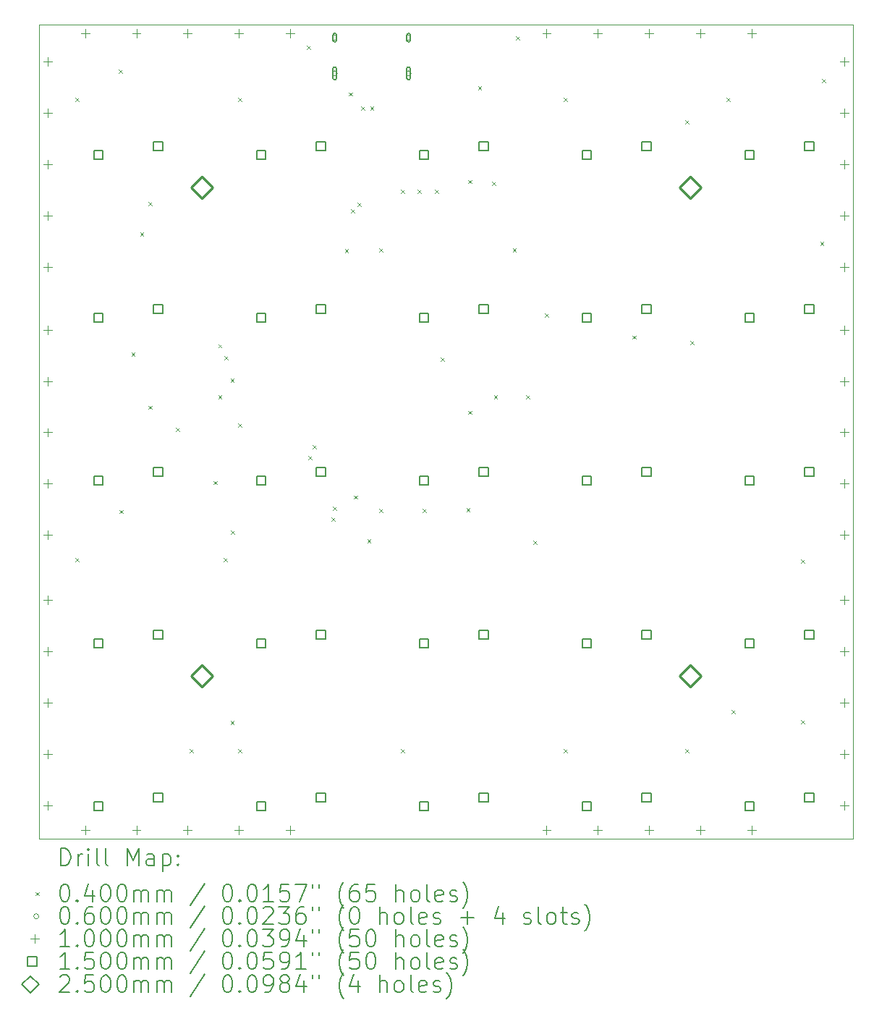
<source format=gbr>
%FSLAX45Y45*%
G04 Gerber Fmt 4.5, Leading zero omitted, Abs format (unit mm)*
G04 Created by KiCad (PCBNEW (6.0.2)) date 2022-04-11 13:37:00*
%MOMM*%
%LPD*%
G01*
G04 APERTURE LIST*
%TA.AperFunction,Profile*%
%ADD10C,0.100000*%
%TD*%
%ADD11C,0.200000*%
%ADD12C,0.040000*%
%ADD13C,0.060000*%
%ADD14C,0.100000*%
%ADD15C,0.150000*%
%ADD16C,0.250000*%
G04 APERTURE END LIST*
D10*
X1941250Y-2863750D02*
X11466250Y-2863750D01*
X11466250Y-2863750D02*
X11466250Y-12388750D01*
X11466250Y-12388750D02*
X1941250Y-12388750D01*
X1941250Y-12388750D02*
X1941250Y-2863750D01*
D11*
D12*
X2361250Y-3723125D02*
X2401250Y-3763125D01*
X2401250Y-3723125D02*
X2361250Y-3763125D01*
X2361250Y-9108125D02*
X2401250Y-9148125D01*
X2401250Y-9108125D02*
X2361250Y-9148125D01*
X2871875Y-3393125D02*
X2911875Y-3433125D01*
X2911875Y-3393125D02*
X2871875Y-3433125D01*
X2881250Y-8543750D02*
X2921250Y-8583750D01*
X2921250Y-8543750D02*
X2881250Y-8583750D01*
X3021250Y-6703750D02*
X3061250Y-6743750D01*
X3061250Y-6703750D02*
X3021250Y-6743750D01*
X3121250Y-5298125D02*
X3161250Y-5338125D01*
X3161250Y-5298125D02*
X3121250Y-5338125D01*
X3221250Y-4943750D02*
X3261250Y-4983750D01*
X3261250Y-4943750D02*
X3221250Y-4983750D01*
X3221250Y-7323750D02*
X3261250Y-7363750D01*
X3261250Y-7323750D02*
X3221250Y-7363750D01*
X3541250Y-7583750D02*
X3581250Y-7623750D01*
X3581250Y-7583750D02*
X3541250Y-7623750D01*
X3701250Y-11343750D02*
X3741250Y-11383750D01*
X3741250Y-11343750D02*
X3701250Y-11383750D01*
X3981250Y-8203750D02*
X4021250Y-8243750D01*
X4021250Y-8203750D02*
X3981250Y-8243750D01*
X4036350Y-6603750D02*
X4076350Y-6643750D01*
X4076350Y-6603750D02*
X4036350Y-6643750D01*
X4036350Y-7203750D02*
X4076350Y-7243750D01*
X4076350Y-7203750D02*
X4036350Y-7243750D01*
X4101250Y-9103750D02*
X4141250Y-9143750D01*
X4141250Y-9103750D02*
X4101250Y-9143750D01*
X4108800Y-6743750D02*
X4148800Y-6783750D01*
X4148800Y-6743750D02*
X4108800Y-6783750D01*
X4181250Y-7003750D02*
X4221250Y-7043750D01*
X4221250Y-7003750D02*
X4181250Y-7043750D01*
X4181250Y-11013125D02*
X4221250Y-11053125D01*
X4221250Y-11013125D02*
X4181250Y-11053125D01*
X4185526Y-8783750D02*
X4225526Y-8823750D01*
X4225526Y-8783750D02*
X4185526Y-8823750D01*
X4266250Y-3723125D02*
X4306250Y-3763125D01*
X4306250Y-3723125D02*
X4266250Y-3763125D01*
X4266250Y-7533125D02*
X4306250Y-7573125D01*
X4306250Y-7533125D02*
X4266250Y-7573125D01*
X4266250Y-11343125D02*
X4306250Y-11383125D01*
X4306250Y-11343125D02*
X4266250Y-11383125D01*
X5076250Y-3113750D02*
X5116250Y-3153750D01*
X5116250Y-3113750D02*
X5076250Y-3153750D01*
X5090609Y-7909940D02*
X5130609Y-7949940D01*
X5130609Y-7909940D02*
X5090609Y-7949940D01*
X5141250Y-7783750D02*
X5181250Y-7823750D01*
X5181250Y-7783750D02*
X5141250Y-7823750D01*
X5361250Y-8633750D02*
X5401250Y-8673750D01*
X5401250Y-8633750D02*
X5361250Y-8673750D01*
X5381250Y-8503750D02*
X5421250Y-8543750D01*
X5421250Y-8503750D02*
X5381250Y-8543750D01*
X5518849Y-5493750D02*
X5558849Y-5533750D01*
X5558849Y-5493750D02*
X5518849Y-5533750D01*
X5566250Y-3658750D02*
X5606250Y-3698750D01*
X5606250Y-3658750D02*
X5566250Y-3698750D01*
X5591250Y-5022848D02*
X5631250Y-5062848D01*
X5631250Y-5022848D02*
X5591250Y-5062848D01*
X5621250Y-8373750D02*
X5661250Y-8413750D01*
X5661250Y-8373750D02*
X5621250Y-8413750D01*
X5668603Y-4950398D02*
X5708603Y-4990398D01*
X5708603Y-4950398D02*
X5668603Y-4990398D01*
X5708750Y-3823750D02*
X5748750Y-3863750D01*
X5748750Y-3823750D02*
X5708750Y-3863750D01*
X5781250Y-8883750D02*
X5821250Y-8923750D01*
X5821250Y-8883750D02*
X5781250Y-8923750D01*
X5813750Y-3823750D02*
X5853750Y-3863750D01*
X5853750Y-3823750D02*
X5813750Y-3863750D01*
X5921250Y-5483750D02*
X5961250Y-5523750D01*
X5961250Y-5483750D02*
X5921250Y-5523750D01*
X5922250Y-8529750D02*
X5962250Y-8569750D01*
X5962250Y-8529750D02*
X5922250Y-8569750D01*
X6171250Y-4798750D02*
X6211250Y-4838750D01*
X6211250Y-4798750D02*
X6171250Y-4838750D01*
X6171250Y-11343125D02*
X6211250Y-11383125D01*
X6211250Y-11343125D02*
X6171250Y-11383125D01*
X6371250Y-4798750D02*
X6411250Y-4838750D01*
X6411250Y-4798750D02*
X6371250Y-4838750D01*
X6430250Y-8529750D02*
X6470250Y-8569750D01*
X6470250Y-8529750D02*
X6430250Y-8569750D01*
X6571250Y-4798750D02*
X6611250Y-4838750D01*
X6611250Y-4798750D02*
X6571250Y-4838750D01*
X6641250Y-6763750D02*
X6681250Y-6803750D01*
X6681250Y-6763750D02*
X6641250Y-6803750D01*
X6941250Y-8523750D02*
X6981250Y-8563750D01*
X6981250Y-8523750D02*
X6941250Y-8563750D01*
X6961250Y-4683750D02*
X7001250Y-4723750D01*
X7001250Y-4683750D02*
X6961250Y-4723750D01*
X6961250Y-7383750D02*
X7001250Y-7423750D01*
X7001250Y-7383750D02*
X6961250Y-7423750D01*
X7076250Y-3583750D02*
X7116250Y-3623750D01*
X7116250Y-3583750D02*
X7076250Y-3623750D01*
X7241250Y-4703750D02*
X7281250Y-4743750D01*
X7281250Y-4703750D02*
X7241250Y-4743750D01*
X7261250Y-7203750D02*
X7301250Y-7243750D01*
X7301250Y-7203750D02*
X7261250Y-7243750D01*
X7481250Y-5483750D02*
X7521250Y-5523750D01*
X7521250Y-5483750D02*
X7481250Y-5523750D01*
X7521250Y-3003750D02*
X7561250Y-3043750D01*
X7561250Y-3003750D02*
X7521250Y-3043750D01*
X7641250Y-7203750D02*
X7681250Y-7243750D01*
X7681250Y-7203750D02*
X7641250Y-7243750D01*
X7721250Y-8903750D02*
X7761250Y-8943750D01*
X7761250Y-8903750D02*
X7721250Y-8943750D01*
X7858750Y-6246250D02*
X7898750Y-6286250D01*
X7898750Y-6246250D02*
X7858750Y-6286250D01*
X8076250Y-3723125D02*
X8116250Y-3763125D01*
X8116250Y-3723125D02*
X8076250Y-3763125D01*
X8076250Y-11343125D02*
X8116250Y-11383125D01*
X8116250Y-11343125D02*
X8076250Y-11383125D01*
X8881250Y-6503750D02*
X8921250Y-6543750D01*
X8921250Y-6503750D02*
X8881250Y-6543750D01*
X9501250Y-3983750D02*
X9541250Y-4023750D01*
X9541250Y-3983750D02*
X9501250Y-4023750D01*
X9501250Y-11343750D02*
X9541250Y-11383750D01*
X9541250Y-11343750D02*
X9501250Y-11383750D01*
X9561250Y-6563750D02*
X9601250Y-6603750D01*
X9601250Y-6563750D02*
X9561250Y-6603750D01*
X9981250Y-3723125D02*
X10021250Y-3763125D01*
X10021250Y-3723125D02*
X9981250Y-3763125D01*
X10041250Y-10883750D02*
X10081250Y-10923750D01*
X10081250Y-10883750D02*
X10041250Y-10923750D01*
X10853699Y-11003750D02*
X10893699Y-11043750D01*
X10893699Y-11003750D02*
X10853699Y-11043750D01*
X10853700Y-9123750D02*
X10893700Y-9163750D01*
X10893700Y-9123750D02*
X10853700Y-9163750D01*
X11081250Y-5403750D02*
X11121250Y-5443750D01*
X11121250Y-5403750D02*
X11081250Y-5443750D01*
X11101250Y-3503750D02*
X11141250Y-3543750D01*
X11141250Y-3503750D02*
X11101250Y-3543750D01*
D13*
X5429250Y-3017750D02*
G75*
G03*
X5429250Y-3017750I-30000J0D01*
G01*
D11*
X5379250Y-2987750D02*
X5379250Y-3047750D01*
X5419250Y-2987750D02*
X5419250Y-3047750D01*
X5379250Y-3047750D02*
G75*
G03*
X5419250Y-3047750I20000J0D01*
G01*
X5419250Y-2987750D02*
G75*
G03*
X5379250Y-2987750I-20000J0D01*
G01*
D13*
X5429250Y-3435750D02*
G75*
G03*
X5429250Y-3435750I-30000J0D01*
G01*
D11*
X5379250Y-3380750D02*
X5379250Y-3490750D01*
X5419250Y-3380750D02*
X5419250Y-3490750D01*
X5379250Y-3490750D02*
G75*
G03*
X5419250Y-3490750I20000J0D01*
G01*
X5419250Y-3380750D02*
G75*
G03*
X5379250Y-3380750I-20000J0D01*
G01*
D13*
X6293250Y-3017750D02*
G75*
G03*
X6293250Y-3017750I-30000J0D01*
G01*
D11*
X6243250Y-2987750D02*
X6243250Y-3047750D01*
X6283250Y-2987750D02*
X6283250Y-3047750D01*
X6243250Y-3047750D02*
G75*
G03*
X6283250Y-3047750I20000J0D01*
G01*
X6283250Y-2987750D02*
G75*
G03*
X6243250Y-2987750I-20000J0D01*
G01*
D13*
X6293250Y-3435750D02*
G75*
G03*
X6293250Y-3435750I-30000J0D01*
G01*
D11*
X6243250Y-3380750D02*
X6243250Y-3490750D01*
X6283250Y-3380750D02*
X6283250Y-3490750D01*
X6243250Y-3490750D02*
G75*
G03*
X6283250Y-3490750I20000J0D01*
G01*
X6283250Y-3380750D02*
G75*
G03*
X6243250Y-3380750I-20000J0D01*
G01*
D14*
X2041250Y-3248750D02*
X2041250Y-3348750D01*
X1991250Y-3298750D02*
X2091250Y-3298750D01*
X2041250Y-3848750D02*
X2041250Y-3948750D01*
X1991250Y-3898750D02*
X2091250Y-3898750D01*
X2041250Y-4448750D02*
X2041250Y-4548750D01*
X1991250Y-4498750D02*
X2091250Y-4498750D01*
X2041250Y-5048750D02*
X2041250Y-5148750D01*
X1991250Y-5098750D02*
X2091250Y-5098750D01*
X2041250Y-5648750D02*
X2041250Y-5748750D01*
X1991250Y-5698750D02*
X2091250Y-5698750D01*
X2041250Y-6386250D02*
X2041250Y-6486250D01*
X1991250Y-6436250D02*
X2091250Y-6436250D01*
X2041250Y-6986250D02*
X2041250Y-7086250D01*
X1991250Y-7036250D02*
X2091250Y-7036250D01*
X2041250Y-7586250D02*
X2041250Y-7686250D01*
X1991250Y-7636250D02*
X2091250Y-7636250D01*
X2041250Y-8186250D02*
X2041250Y-8286250D01*
X1991250Y-8236250D02*
X2091250Y-8236250D01*
X2041250Y-8786250D02*
X2041250Y-8886250D01*
X1991250Y-8836250D02*
X2091250Y-8836250D01*
X2041250Y-9548750D02*
X2041250Y-9648750D01*
X1991250Y-9598750D02*
X2091250Y-9598750D01*
X2041250Y-10148750D02*
X2041250Y-10248750D01*
X1991250Y-10198750D02*
X2091250Y-10198750D01*
X2041250Y-10748750D02*
X2041250Y-10848750D01*
X1991250Y-10798750D02*
X2091250Y-10798750D01*
X2041250Y-11348750D02*
X2041250Y-11448750D01*
X1991250Y-11398750D02*
X2091250Y-11398750D01*
X2041250Y-11948750D02*
X2041250Y-12048750D01*
X1991250Y-11998750D02*
X2091250Y-11998750D01*
X2478750Y-2913750D02*
X2478750Y-3013750D01*
X2428750Y-2963750D02*
X2528750Y-2963750D01*
X2478750Y-12236250D02*
X2478750Y-12336250D01*
X2428750Y-12286250D02*
X2528750Y-12286250D01*
X3078750Y-2913750D02*
X3078750Y-3013750D01*
X3028750Y-2963750D02*
X3128750Y-2963750D01*
X3078750Y-12236250D02*
X3078750Y-12336250D01*
X3028750Y-12286250D02*
X3128750Y-12286250D01*
X3678750Y-2913750D02*
X3678750Y-3013750D01*
X3628750Y-2963750D02*
X3728750Y-2963750D01*
X3678750Y-12236250D02*
X3678750Y-12336250D01*
X3628750Y-12286250D02*
X3728750Y-12286250D01*
X4278750Y-2913750D02*
X4278750Y-3013750D01*
X4228750Y-2963750D02*
X4328750Y-2963750D01*
X4278750Y-12236250D02*
X4278750Y-12336250D01*
X4228750Y-12286250D02*
X4328750Y-12286250D01*
X4878750Y-2913750D02*
X4878750Y-3013750D01*
X4828750Y-2963750D02*
X4928750Y-2963750D01*
X4878750Y-12236250D02*
X4878750Y-12336250D01*
X4828750Y-12286250D02*
X4928750Y-12286250D01*
X7878750Y-2913750D02*
X7878750Y-3013750D01*
X7828750Y-2963750D02*
X7928750Y-2963750D01*
X7878750Y-12236250D02*
X7878750Y-12336250D01*
X7828750Y-12286250D02*
X7928750Y-12286250D01*
X8478750Y-2913750D02*
X8478750Y-3013750D01*
X8428750Y-2963750D02*
X8528750Y-2963750D01*
X8478750Y-12236250D02*
X8478750Y-12336250D01*
X8428750Y-12286250D02*
X8528750Y-12286250D01*
X9078750Y-2913750D02*
X9078750Y-3013750D01*
X9028750Y-2963750D02*
X9128750Y-2963750D01*
X9078750Y-12236250D02*
X9078750Y-12336250D01*
X9028750Y-12286250D02*
X9128750Y-12286250D01*
X9678750Y-2913750D02*
X9678750Y-3013750D01*
X9628750Y-2963750D02*
X9728750Y-2963750D01*
X9678750Y-12236250D02*
X9678750Y-12336250D01*
X9628750Y-12286250D02*
X9728750Y-12286250D01*
X10278750Y-2913750D02*
X10278750Y-3013750D01*
X10228750Y-2963750D02*
X10328750Y-2963750D01*
X10278750Y-12236250D02*
X10278750Y-12336250D01*
X10228750Y-12286250D02*
X10328750Y-12286250D01*
X11366250Y-3248750D02*
X11366250Y-3348750D01*
X11316250Y-3298750D02*
X11416250Y-3298750D01*
X11366250Y-3848750D02*
X11366250Y-3948750D01*
X11316250Y-3898750D02*
X11416250Y-3898750D01*
X11366250Y-4448750D02*
X11366250Y-4548750D01*
X11316250Y-4498750D02*
X11416250Y-4498750D01*
X11366250Y-5048750D02*
X11366250Y-5148750D01*
X11316250Y-5098750D02*
X11416250Y-5098750D01*
X11366250Y-5648750D02*
X11366250Y-5748750D01*
X11316250Y-5698750D02*
X11416250Y-5698750D01*
X11366250Y-6386250D02*
X11366250Y-6486250D01*
X11316250Y-6436250D02*
X11416250Y-6436250D01*
X11366250Y-6986250D02*
X11366250Y-7086250D01*
X11316250Y-7036250D02*
X11416250Y-7036250D01*
X11366250Y-7586250D02*
X11366250Y-7686250D01*
X11316250Y-7636250D02*
X11416250Y-7636250D01*
X11366250Y-8186250D02*
X11366250Y-8286250D01*
X11316250Y-8236250D02*
X11416250Y-8236250D01*
X11366250Y-8786250D02*
X11366250Y-8886250D01*
X11316250Y-8836250D02*
X11416250Y-8836250D01*
X11366250Y-9548750D02*
X11366250Y-9648750D01*
X11316250Y-9598750D02*
X11416250Y-9598750D01*
X11366250Y-10148750D02*
X11366250Y-10248750D01*
X11316250Y-10198750D02*
X11416250Y-10198750D01*
X11366250Y-10748750D02*
X11366250Y-10848750D01*
X11316250Y-10798750D02*
X11416250Y-10798750D01*
X11366250Y-11348750D02*
X11366250Y-11448750D01*
X11316250Y-11398750D02*
X11416250Y-11398750D01*
X11366250Y-11948750D02*
X11366250Y-12048750D01*
X11316250Y-11998750D02*
X11416250Y-11998750D01*
D15*
X2686784Y-4444284D02*
X2686784Y-4338217D01*
X2580717Y-4338217D01*
X2580717Y-4444284D01*
X2686784Y-4444284D01*
X2686784Y-6349283D02*
X2686784Y-6243216D01*
X2580717Y-6243216D01*
X2580717Y-6349283D01*
X2686784Y-6349283D01*
X2686784Y-8254283D02*
X2686784Y-8148216D01*
X2580717Y-8148216D01*
X2580717Y-8254283D01*
X2686784Y-8254283D01*
X2686784Y-10159284D02*
X2686784Y-10053217D01*
X2580717Y-10053217D01*
X2580717Y-10159284D01*
X2686784Y-10159284D01*
X2686784Y-12064283D02*
X2686784Y-11958216D01*
X2580717Y-11958216D01*
X2580717Y-12064283D01*
X2686784Y-12064283D01*
X3386783Y-4339284D02*
X3386783Y-4233217D01*
X3280716Y-4233217D01*
X3280716Y-4339284D01*
X3386783Y-4339284D01*
X3386783Y-6244283D02*
X3386783Y-6138216D01*
X3280716Y-6138216D01*
X3280716Y-6244283D01*
X3386783Y-6244283D01*
X3386783Y-8149283D02*
X3386783Y-8043216D01*
X3280716Y-8043216D01*
X3280716Y-8149283D01*
X3386783Y-8149283D01*
X3386783Y-10054284D02*
X3386783Y-9948217D01*
X3280716Y-9948217D01*
X3280716Y-10054284D01*
X3386783Y-10054284D01*
X3386783Y-11959283D02*
X3386783Y-11853216D01*
X3280716Y-11853216D01*
X3280716Y-11959283D01*
X3386783Y-11959283D01*
X4591784Y-4444284D02*
X4591784Y-4338217D01*
X4485717Y-4338217D01*
X4485717Y-4444284D01*
X4591784Y-4444284D01*
X4591784Y-6349283D02*
X4591784Y-6243216D01*
X4485717Y-6243216D01*
X4485717Y-6349283D01*
X4591784Y-6349283D01*
X4591784Y-8254283D02*
X4591784Y-8148216D01*
X4485717Y-8148216D01*
X4485717Y-8254283D01*
X4591784Y-8254283D01*
X4591784Y-10159284D02*
X4591784Y-10053217D01*
X4485717Y-10053217D01*
X4485717Y-10159284D01*
X4591784Y-10159284D01*
X4591784Y-12064283D02*
X4591784Y-11958216D01*
X4485717Y-11958216D01*
X4485717Y-12064283D01*
X4591784Y-12064283D01*
X5291784Y-4339284D02*
X5291784Y-4233217D01*
X5185717Y-4233217D01*
X5185717Y-4339284D01*
X5291784Y-4339284D01*
X5291784Y-6244283D02*
X5291784Y-6138216D01*
X5185717Y-6138216D01*
X5185717Y-6244283D01*
X5291784Y-6244283D01*
X5291784Y-8149283D02*
X5291784Y-8043216D01*
X5185717Y-8043216D01*
X5185717Y-8149283D01*
X5291784Y-8149283D01*
X5291784Y-10054284D02*
X5291784Y-9948217D01*
X5185717Y-9948217D01*
X5185717Y-10054284D01*
X5291784Y-10054284D01*
X5291784Y-11959283D02*
X5291784Y-11853216D01*
X5185717Y-11853216D01*
X5185717Y-11959283D01*
X5291784Y-11959283D01*
X6496783Y-4444284D02*
X6496783Y-4338217D01*
X6390716Y-4338217D01*
X6390716Y-4444284D01*
X6496783Y-4444284D01*
X6496783Y-6349283D02*
X6496783Y-6243216D01*
X6390716Y-6243216D01*
X6390716Y-6349283D01*
X6496783Y-6349283D01*
X6496783Y-8254283D02*
X6496783Y-8148216D01*
X6390716Y-8148216D01*
X6390716Y-8254283D01*
X6496783Y-8254283D01*
X6496783Y-10159284D02*
X6496783Y-10053217D01*
X6390716Y-10053217D01*
X6390716Y-10159284D01*
X6496783Y-10159284D01*
X6496783Y-12064283D02*
X6496783Y-11958216D01*
X6390716Y-11958216D01*
X6390716Y-12064283D01*
X6496783Y-12064283D01*
X7196783Y-4339284D02*
X7196783Y-4233217D01*
X7090716Y-4233217D01*
X7090716Y-4339284D01*
X7196783Y-4339284D01*
X7196783Y-6244283D02*
X7196783Y-6138216D01*
X7090716Y-6138216D01*
X7090716Y-6244283D01*
X7196783Y-6244283D01*
X7196783Y-8149283D02*
X7196783Y-8043216D01*
X7090716Y-8043216D01*
X7090716Y-8149283D01*
X7196783Y-8149283D01*
X7196783Y-10054284D02*
X7196783Y-9948217D01*
X7090716Y-9948217D01*
X7090716Y-10054284D01*
X7196783Y-10054284D01*
X7196783Y-11959283D02*
X7196783Y-11853216D01*
X7090716Y-11853216D01*
X7090716Y-11959283D01*
X7196783Y-11959283D01*
X8401784Y-4444284D02*
X8401784Y-4338217D01*
X8295716Y-4338217D01*
X8295716Y-4444284D01*
X8401784Y-4444284D01*
X8401784Y-6349283D02*
X8401784Y-6243216D01*
X8295716Y-6243216D01*
X8295716Y-6349283D01*
X8401784Y-6349283D01*
X8401784Y-8254283D02*
X8401784Y-8148216D01*
X8295716Y-8148216D01*
X8295716Y-8254283D01*
X8401784Y-8254283D01*
X8401784Y-10159284D02*
X8401784Y-10053217D01*
X8295716Y-10053217D01*
X8295716Y-10159284D01*
X8401784Y-10159284D01*
X8401784Y-12064283D02*
X8401784Y-11958216D01*
X8295716Y-11958216D01*
X8295716Y-12064283D01*
X8401784Y-12064283D01*
X9101784Y-4339284D02*
X9101784Y-4233217D01*
X8995717Y-4233217D01*
X8995717Y-4339284D01*
X9101784Y-4339284D01*
X9101784Y-6244283D02*
X9101784Y-6138216D01*
X8995717Y-6138216D01*
X8995717Y-6244283D01*
X9101784Y-6244283D01*
X9101784Y-8149283D02*
X9101784Y-8043216D01*
X8995717Y-8043216D01*
X8995717Y-8149283D01*
X9101784Y-8149283D01*
X9101784Y-10054284D02*
X9101784Y-9948217D01*
X8995717Y-9948217D01*
X8995717Y-10054284D01*
X9101784Y-10054284D01*
X9101784Y-11959283D02*
X9101784Y-11853216D01*
X8995717Y-11853216D01*
X8995717Y-11959283D01*
X9101784Y-11959283D01*
X10306784Y-4444284D02*
X10306784Y-4338217D01*
X10200717Y-4338217D01*
X10200717Y-4444284D01*
X10306784Y-4444284D01*
X10306784Y-6349283D02*
X10306784Y-6243216D01*
X10200717Y-6243216D01*
X10200717Y-6349283D01*
X10306784Y-6349283D01*
X10306784Y-8254283D02*
X10306784Y-8148216D01*
X10200717Y-8148216D01*
X10200717Y-8254283D01*
X10306784Y-8254283D01*
X10306784Y-10159284D02*
X10306784Y-10053217D01*
X10200717Y-10053217D01*
X10200717Y-10159284D01*
X10306784Y-10159284D01*
X10306784Y-12064283D02*
X10306784Y-11958216D01*
X10200717Y-11958216D01*
X10200717Y-12064283D01*
X10306784Y-12064283D01*
X11006784Y-4339284D02*
X11006784Y-4233217D01*
X10900717Y-4233217D01*
X10900717Y-4339284D01*
X11006784Y-4339284D01*
X11006784Y-6244283D02*
X11006784Y-6138216D01*
X10900717Y-6138216D01*
X10900717Y-6244283D01*
X11006784Y-6244283D01*
X11006784Y-8149283D02*
X11006784Y-8043216D01*
X10900717Y-8043216D01*
X10900717Y-8149283D01*
X11006784Y-8149283D01*
X11006784Y-10054284D02*
X11006784Y-9948217D01*
X10900717Y-9948217D01*
X10900717Y-10054284D01*
X11006784Y-10054284D01*
X11006784Y-11959283D02*
X11006784Y-11853216D01*
X10900717Y-11853216D01*
X10900717Y-11959283D01*
X11006784Y-11959283D01*
D16*
X3846250Y-4893750D02*
X3971250Y-4768750D01*
X3846250Y-4643750D01*
X3721250Y-4768750D01*
X3846250Y-4893750D01*
X3846250Y-10608750D02*
X3971250Y-10483750D01*
X3846250Y-10358750D01*
X3721250Y-10483750D01*
X3846250Y-10608750D01*
X9561250Y-4893750D02*
X9686250Y-4768750D01*
X9561250Y-4643750D01*
X9436250Y-4768750D01*
X9561250Y-4893750D01*
X9561250Y-10608750D02*
X9686250Y-10483750D01*
X9561250Y-10358750D01*
X9436250Y-10483750D01*
X9561250Y-10608750D01*
D11*
X2193869Y-12704226D02*
X2193869Y-12504226D01*
X2241488Y-12504226D01*
X2270060Y-12513750D01*
X2289107Y-12532798D01*
X2298631Y-12551845D01*
X2308155Y-12589940D01*
X2308155Y-12618512D01*
X2298631Y-12656607D01*
X2289107Y-12675655D01*
X2270060Y-12694702D01*
X2241488Y-12704226D01*
X2193869Y-12704226D01*
X2393869Y-12704226D02*
X2393869Y-12570893D01*
X2393869Y-12608988D02*
X2403393Y-12589940D01*
X2412917Y-12580417D01*
X2431964Y-12570893D01*
X2451012Y-12570893D01*
X2517679Y-12704226D02*
X2517679Y-12570893D01*
X2517679Y-12504226D02*
X2508155Y-12513750D01*
X2517679Y-12523274D01*
X2527202Y-12513750D01*
X2517679Y-12504226D01*
X2517679Y-12523274D01*
X2641488Y-12704226D02*
X2622440Y-12694702D01*
X2612917Y-12675655D01*
X2612917Y-12504226D01*
X2746250Y-12704226D02*
X2727202Y-12694702D01*
X2717679Y-12675655D01*
X2717679Y-12504226D01*
X2974821Y-12704226D02*
X2974821Y-12504226D01*
X3041488Y-12647083D01*
X3108155Y-12504226D01*
X3108155Y-12704226D01*
X3289107Y-12704226D02*
X3289107Y-12599464D01*
X3279583Y-12580417D01*
X3260536Y-12570893D01*
X3222440Y-12570893D01*
X3203393Y-12580417D01*
X3289107Y-12694702D02*
X3270059Y-12704226D01*
X3222440Y-12704226D01*
X3203393Y-12694702D01*
X3193869Y-12675655D01*
X3193869Y-12656607D01*
X3203393Y-12637559D01*
X3222440Y-12628036D01*
X3270059Y-12628036D01*
X3289107Y-12618512D01*
X3384345Y-12570893D02*
X3384345Y-12770893D01*
X3384345Y-12580417D02*
X3403393Y-12570893D01*
X3441488Y-12570893D01*
X3460536Y-12580417D01*
X3470059Y-12589940D01*
X3479583Y-12608988D01*
X3479583Y-12666131D01*
X3470059Y-12685178D01*
X3460536Y-12694702D01*
X3441488Y-12704226D01*
X3403393Y-12704226D01*
X3384345Y-12694702D01*
X3565298Y-12685178D02*
X3574821Y-12694702D01*
X3565298Y-12704226D01*
X3555774Y-12694702D01*
X3565298Y-12685178D01*
X3565298Y-12704226D01*
X3565298Y-12580417D02*
X3574821Y-12589940D01*
X3565298Y-12599464D01*
X3555774Y-12589940D01*
X3565298Y-12580417D01*
X3565298Y-12599464D01*
D12*
X1896250Y-13013750D02*
X1936250Y-13053750D01*
X1936250Y-13013750D02*
X1896250Y-13053750D01*
D11*
X2231964Y-12924226D02*
X2251012Y-12924226D01*
X2270060Y-12933750D01*
X2279583Y-12943274D01*
X2289107Y-12962321D01*
X2298631Y-13000417D01*
X2298631Y-13048036D01*
X2289107Y-13086131D01*
X2279583Y-13105178D01*
X2270060Y-13114702D01*
X2251012Y-13124226D01*
X2231964Y-13124226D01*
X2212917Y-13114702D01*
X2203393Y-13105178D01*
X2193869Y-13086131D01*
X2184345Y-13048036D01*
X2184345Y-13000417D01*
X2193869Y-12962321D01*
X2203393Y-12943274D01*
X2212917Y-12933750D01*
X2231964Y-12924226D01*
X2384345Y-13105178D02*
X2393869Y-13114702D01*
X2384345Y-13124226D01*
X2374821Y-13114702D01*
X2384345Y-13105178D01*
X2384345Y-13124226D01*
X2565298Y-12990893D02*
X2565298Y-13124226D01*
X2517679Y-12914702D02*
X2470060Y-13057559D01*
X2593869Y-13057559D01*
X2708155Y-12924226D02*
X2727202Y-12924226D01*
X2746250Y-12933750D01*
X2755774Y-12943274D01*
X2765298Y-12962321D01*
X2774821Y-13000417D01*
X2774821Y-13048036D01*
X2765298Y-13086131D01*
X2755774Y-13105178D01*
X2746250Y-13114702D01*
X2727202Y-13124226D01*
X2708155Y-13124226D01*
X2689107Y-13114702D01*
X2679583Y-13105178D01*
X2670060Y-13086131D01*
X2660536Y-13048036D01*
X2660536Y-13000417D01*
X2670060Y-12962321D01*
X2679583Y-12943274D01*
X2689107Y-12933750D01*
X2708155Y-12924226D01*
X2898631Y-12924226D02*
X2917678Y-12924226D01*
X2936726Y-12933750D01*
X2946250Y-12943274D01*
X2955774Y-12962321D01*
X2965298Y-13000417D01*
X2965298Y-13048036D01*
X2955774Y-13086131D01*
X2946250Y-13105178D01*
X2936726Y-13114702D01*
X2917678Y-13124226D01*
X2898631Y-13124226D01*
X2879583Y-13114702D01*
X2870059Y-13105178D01*
X2860536Y-13086131D01*
X2851012Y-13048036D01*
X2851012Y-13000417D01*
X2860536Y-12962321D01*
X2870059Y-12943274D01*
X2879583Y-12933750D01*
X2898631Y-12924226D01*
X3051012Y-13124226D02*
X3051012Y-12990893D01*
X3051012Y-13009940D02*
X3060536Y-13000417D01*
X3079583Y-12990893D01*
X3108155Y-12990893D01*
X3127202Y-13000417D01*
X3136726Y-13019464D01*
X3136726Y-13124226D01*
X3136726Y-13019464D02*
X3146250Y-13000417D01*
X3165298Y-12990893D01*
X3193869Y-12990893D01*
X3212917Y-13000417D01*
X3222440Y-13019464D01*
X3222440Y-13124226D01*
X3317678Y-13124226D02*
X3317678Y-12990893D01*
X3317678Y-13009940D02*
X3327202Y-13000417D01*
X3346250Y-12990893D01*
X3374821Y-12990893D01*
X3393869Y-13000417D01*
X3403393Y-13019464D01*
X3403393Y-13124226D01*
X3403393Y-13019464D02*
X3412917Y-13000417D01*
X3431964Y-12990893D01*
X3460536Y-12990893D01*
X3479583Y-13000417D01*
X3489107Y-13019464D01*
X3489107Y-13124226D01*
X3879583Y-12914702D02*
X3708155Y-13171845D01*
X4136726Y-12924226D02*
X4155774Y-12924226D01*
X4174821Y-12933750D01*
X4184345Y-12943274D01*
X4193869Y-12962321D01*
X4203393Y-13000417D01*
X4203393Y-13048036D01*
X4193869Y-13086131D01*
X4184345Y-13105178D01*
X4174821Y-13114702D01*
X4155774Y-13124226D01*
X4136726Y-13124226D01*
X4117678Y-13114702D01*
X4108155Y-13105178D01*
X4098631Y-13086131D01*
X4089107Y-13048036D01*
X4089107Y-13000417D01*
X4098631Y-12962321D01*
X4108155Y-12943274D01*
X4117678Y-12933750D01*
X4136726Y-12924226D01*
X4289107Y-13105178D02*
X4298631Y-13114702D01*
X4289107Y-13124226D01*
X4279583Y-13114702D01*
X4289107Y-13105178D01*
X4289107Y-13124226D01*
X4422440Y-12924226D02*
X4441488Y-12924226D01*
X4460536Y-12933750D01*
X4470060Y-12943274D01*
X4479583Y-12962321D01*
X4489107Y-13000417D01*
X4489107Y-13048036D01*
X4479583Y-13086131D01*
X4470060Y-13105178D01*
X4460536Y-13114702D01*
X4441488Y-13124226D01*
X4422440Y-13124226D01*
X4403393Y-13114702D01*
X4393869Y-13105178D01*
X4384345Y-13086131D01*
X4374821Y-13048036D01*
X4374821Y-13000417D01*
X4384345Y-12962321D01*
X4393869Y-12943274D01*
X4403393Y-12933750D01*
X4422440Y-12924226D01*
X4679583Y-13124226D02*
X4565298Y-13124226D01*
X4622440Y-13124226D02*
X4622440Y-12924226D01*
X4603393Y-12952798D01*
X4584345Y-12971845D01*
X4565298Y-12981369D01*
X4860536Y-12924226D02*
X4765298Y-12924226D01*
X4755774Y-13019464D01*
X4765298Y-13009940D01*
X4784345Y-13000417D01*
X4831964Y-13000417D01*
X4851012Y-13009940D01*
X4860536Y-13019464D01*
X4870060Y-13038512D01*
X4870060Y-13086131D01*
X4860536Y-13105178D01*
X4851012Y-13114702D01*
X4831964Y-13124226D01*
X4784345Y-13124226D01*
X4765298Y-13114702D01*
X4755774Y-13105178D01*
X4936726Y-12924226D02*
X5070060Y-12924226D01*
X4984345Y-13124226D01*
X5136726Y-12924226D02*
X5136726Y-12962321D01*
X5212917Y-12924226D02*
X5212917Y-12962321D01*
X5508155Y-13200417D02*
X5498631Y-13190893D01*
X5479583Y-13162321D01*
X5470060Y-13143274D01*
X5460536Y-13114702D01*
X5451012Y-13067083D01*
X5451012Y-13028988D01*
X5460536Y-12981369D01*
X5470060Y-12952798D01*
X5479583Y-12933750D01*
X5498631Y-12905178D01*
X5508155Y-12895655D01*
X5670059Y-12924226D02*
X5631964Y-12924226D01*
X5612917Y-12933750D01*
X5603393Y-12943274D01*
X5584345Y-12971845D01*
X5574821Y-13009940D01*
X5574821Y-13086131D01*
X5584345Y-13105178D01*
X5593869Y-13114702D01*
X5612917Y-13124226D01*
X5651012Y-13124226D01*
X5670059Y-13114702D01*
X5679583Y-13105178D01*
X5689107Y-13086131D01*
X5689107Y-13038512D01*
X5679583Y-13019464D01*
X5670059Y-13009940D01*
X5651012Y-13000417D01*
X5612917Y-13000417D01*
X5593869Y-13009940D01*
X5584345Y-13019464D01*
X5574821Y-13038512D01*
X5870059Y-12924226D02*
X5774821Y-12924226D01*
X5765298Y-13019464D01*
X5774821Y-13009940D01*
X5793869Y-13000417D01*
X5841488Y-13000417D01*
X5860536Y-13009940D01*
X5870059Y-13019464D01*
X5879583Y-13038512D01*
X5879583Y-13086131D01*
X5870059Y-13105178D01*
X5860536Y-13114702D01*
X5841488Y-13124226D01*
X5793869Y-13124226D01*
X5774821Y-13114702D01*
X5765298Y-13105178D01*
X6117678Y-13124226D02*
X6117678Y-12924226D01*
X6203393Y-13124226D02*
X6203393Y-13019464D01*
X6193869Y-13000417D01*
X6174821Y-12990893D01*
X6146250Y-12990893D01*
X6127202Y-13000417D01*
X6117678Y-13009940D01*
X6327202Y-13124226D02*
X6308155Y-13114702D01*
X6298631Y-13105178D01*
X6289107Y-13086131D01*
X6289107Y-13028988D01*
X6298631Y-13009940D01*
X6308155Y-13000417D01*
X6327202Y-12990893D01*
X6355774Y-12990893D01*
X6374821Y-13000417D01*
X6384345Y-13009940D01*
X6393869Y-13028988D01*
X6393869Y-13086131D01*
X6384345Y-13105178D01*
X6374821Y-13114702D01*
X6355774Y-13124226D01*
X6327202Y-13124226D01*
X6508155Y-13124226D02*
X6489107Y-13114702D01*
X6479583Y-13095655D01*
X6479583Y-12924226D01*
X6660536Y-13114702D02*
X6641488Y-13124226D01*
X6603393Y-13124226D01*
X6584345Y-13114702D01*
X6574821Y-13095655D01*
X6574821Y-13019464D01*
X6584345Y-13000417D01*
X6603393Y-12990893D01*
X6641488Y-12990893D01*
X6660536Y-13000417D01*
X6670059Y-13019464D01*
X6670059Y-13038512D01*
X6574821Y-13057559D01*
X6746250Y-13114702D02*
X6765298Y-13124226D01*
X6803393Y-13124226D01*
X6822440Y-13114702D01*
X6831964Y-13095655D01*
X6831964Y-13086131D01*
X6822440Y-13067083D01*
X6803393Y-13057559D01*
X6774821Y-13057559D01*
X6755774Y-13048036D01*
X6746250Y-13028988D01*
X6746250Y-13019464D01*
X6755774Y-13000417D01*
X6774821Y-12990893D01*
X6803393Y-12990893D01*
X6822440Y-13000417D01*
X6898631Y-13200417D02*
X6908155Y-13190893D01*
X6927202Y-13162321D01*
X6936726Y-13143274D01*
X6946250Y-13114702D01*
X6955774Y-13067083D01*
X6955774Y-13028988D01*
X6946250Y-12981369D01*
X6936726Y-12952798D01*
X6927202Y-12933750D01*
X6908155Y-12905178D01*
X6898631Y-12895655D01*
D13*
X1936250Y-13297750D02*
G75*
G03*
X1936250Y-13297750I-30000J0D01*
G01*
D11*
X2231964Y-13188226D02*
X2251012Y-13188226D01*
X2270060Y-13197750D01*
X2279583Y-13207274D01*
X2289107Y-13226321D01*
X2298631Y-13264417D01*
X2298631Y-13312036D01*
X2289107Y-13350131D01*
X2279583Y-13369178D01*
X2270060Y-13378702D01*
X2251012Y-13388226D01*
X2231964Y-13388226D01*
X2212917Y-13378702D01*
X2203393Y-13369178D01*
X2193869Y-13350131D01*
X2184345Y-13312036D01*
X2184345Y-13264417D01*
X2193869Y-13226321D01*
X2203393Y-13207274D01*
X2212917Y-13197750D01*
X2231964Y-13188226D01*
X2384345Y-13369178D02*
X2393869Y-13378702D01*
X2384345Y-13388226D01*
X2374821Y-13378702D01*
X2384345Y-13369178D01*
X2384345Y-13388226D01*
X2565298Y-13188226D02*
X2527202Y-13188226D01*
X2508155Y-13197750D01*
X2498631Y-13207274D01*
X2479583Y-13235845D01*
X2470060Y-13273940D01*
X2470060Y-13350131D01*
X2479583Y-13369178D01*
X2489107Y-13378702D01*
X2508155Y-13388226D01*
X2546250Y-13388226D01*
X2565298Y-13378702D01*
X2574821Y-13369178D01*
X2584345Y-13350131D01*
X2584345Y-13302512D01*
X2574821Y-13283464D01*
X2565298Y-13273940D01*
X2546250Y-13264417D01*
X2508155Y-13264417D01*
X2489107Y-13273940D01*
X2479583Y-13283464D01*
X2470060Y-13302512D01*
X2708155Y-13188226D02*
X2727202Y-13188226D01*
X2746250Y-13197750D01*
X2755774Y-13207274D01*
X2765298Y-13226321D01*
X2774821Y-13264417D01*
X2774821Y-13312036D01*
X2765298Y-13350131D01*
X2755774Y-13369178D01*
X2746250Y-13378702D01*
X2727202Y-13388226D01*
X2708155Y-13388226D01*
X2689107Y-13378702D01*
X2679583Y-13369178D01*
X2670060Y-13350131D01*
X2660536Y-13312036D01*
X2660536Y-13264417D01*
X2670060Y-13226321D01*
X2679583Y-13207274D01*
X2689107Y-13197750D01*
X2708155Y-13188226D01*
X2898631Y-13188226D02*
X2917678Y-13188226D01*
X2936726Y-13197750D01*
X2946250Y-13207274D01*
X2955774Y-13226321D01*
X2965298Y-13264417D01*
X2965298Y-13312036D01*
X2955774Y-13350131D01*
X2946250Y-13369178D01*
X2936726Y-13378702D01*
X2917678Y-13388226D01*
X2898631Y-13388226D01*
X2879583Y-13378702D01*
X2870059Y-13369178D01*
X2860536Y-13350131D01*
X2851012Y-13312036D01*
X2851012Y-13264417D01*
X2860536Y-13226321D01*
X2870059Y-13207274D01*
X2879583Y-13197750D01*
X2898631Y-13188226D01*
X3051012Y-13388226D02*
X3051012Y-13254893D01*
X3051012Y-13273940D02*
X3060536Y-13264417D01*
X3079583Y-13254893D01*
X3108155Y-13254893D01*
X3127202Y-13264417D01*
X3136726Y-13283464D01*
X3136726Y-13388226D01*
X3136726Y-13283464D02*
X3146250Y-13264417D01*
X3165298Y-13254893D01*
X3193869Y-13254893D01*
X3212917Y-13264417D01*
X3222440Y-13283464D01*
X3222440Y-13388226D01*
X3317678Y-13388226D02*
X3317678Y-13254893D01*
X3317678Y-13273940D02*
X3327202Y-13264417D01*
X3346250Y-13254893D01*
X3374821Y-13254893D01*
X3393869Y-13264417D01*
X3403393Y-13283464D01*
X3403393Y-13388226D01*
X3403393Y-13283464D02*
X3412917Y-13264417D01*
X3431964Y-13254893D01*
X3460536Y-13254893D01*
X3479583Y-13264417D01*
X3489107Y-13283464D01*
X3489107Y-13388226D01*
X3879583Y-13178702D02*
X3708155Y-13435845D01*
X4136726Y-13188226D02*
X4155774Y-13188226D01*
X4174821Y-13197750D01*
X4184345Y-13207274D01*
X4193869Y-13226321D01*
X4203393Y-13264417D01*
X4203393Y-13312036D01*
X4193869Y-13350131D01*
X4184345Y-13369178D01*
X4174821Y-13378702D01*
X4155774Y-13388226D01*
X4136726Y-13388226D01*
X4117678Y-13378702D01*
X4108155Y-13369178D01*
X4098631Y-13350131D01*
X4089107Y-13312036D01*
X4089107Y-13264417D01*
X4098631Y-13226321D01*
X4108155Y-13207274D01*
X4117678Y-13197750D01*
X4136726Y-13188226D01*
X4289107Y-13369178D02*
X4298631Y-13378702D01*
X4289107Y-13388226D01*
X4279583Y-13378702D01*
X4289107Y-13369178D01*
X4289107Y-13388226D01*
X4422440Y-13188226D02*
X4441488Y-13188226D01*
X4460536Y-13197750D01*
X4470060Y-13207274D01*
X4479583Y-13226321D01*
X4489107Y-13264417D01*
X4489107Y-13312036D01*
X4479583Y-13350131D01*
X4470060Y-13369178D01*
X4460536Y-13378702D01*
X4441488Y-13388226D01*
X4422440Y-13388226D01*
X4403393Y-13378702D01*
X4393869Y-13369178D01*
X4384345Y-13350131D01*
X4374821Y-13312036D01*
X4374821Y-13264417D01*
X4384345Y-13226321D01*
X4393869Y-13207274D01*
X4403393Y-13197750D01*
X4422440Y-13188226D01*
X4565298Y-13207274D02*
X4574821Y-13197750D01*
X4593869Y-13188226D01*
X4641488Y-13188226D01*
X4660536Y-13197750D01*
X4670060Y-13207274D01*
X4679583Y-13226321D01*
X4679583Y-13245369D01*
X4670060Y-13273940D01*
X4555774Y-13388226D01*
X4679583Y-13388226D01*
X4746250Y-13188226D02*
X4870060Y-13188226D01*
X4803393Y-13264417D01*
X4831964Y-13264417D01*
X4851012Y-13273940D01*
X4860536Y-13283464D01*
X4870060Y-13302512D01*
X4870060Y-13350131D01*
X4860536Y-13369178D01*
X4851012Y-13378702D01*
X4831964Y-13388226D01*
X4774821Y-13388226D01*
X4755774Y-13378702D01*
X4746250Y-13369178D01*
X5041488Y-13188226D02*
X5003393Y-13188226D01*
X4984345Y-13197750D01*
X4974821Y-13207274D01*
X4955774Y-13235845D01*
X4946250Y-13273940D01*
X4946250Y-13350131D01*
X4955774Y-13369178D01*
X4965298Y-13378702D01*
X4984345Y-13388226D01*
X5022440Y-13388226D01*
X5041488Y-13378702D01*
X5051012Y-13369178D01*
X5060536Y-13350131D01*
X5060536Y-13302512D01*
X5051012Y-13283464D01*
X5041488Y-13273940D01*
X5022440Y-13264417D01*
X4984345Y-13264417D01*
X4965298Y-13273940D01*
X4955774Y-13283464D01*
X4946250Y-13302512D01*
X5136726Y-13188226D02*
X5136726Y-13226321D01*
X5212917Y-13188226D02*
X5212917Y-13226321D01*
X5508155Y-13464417D02*
X5498631Y-13454893D01*
X5479583Y-13426321D01*
X5470060Y-13407274D01*
X5460536Y-13378702D01*
X5451012Y-13331083D01*
X5451012Y-13292988D01*
X5460536Y-13245369D01*
X5470060Y-13216798D01*
X5479583Y-13197750D01*
X5498631Y-13169178D01*
X5508155Y-13159655D01*
X5622440Y-13188226D02*
X5641488Y-13188226D01*
X5660536Y-13197750D01*
X5670059Y-13207274D01*
X5679583Y-13226321D01*
X5689107Y-13264417D01*
X5689107Y-13312036D01*
X5679583Y-13350131D01*
X5670059Y-13369178D01*
X5660536Y-13378702D01*
X5641488Y-13388226D01*
X5622440Y-13388226D01*
X5603393Y-13378702D01*
X5593869Y-13369178D01*
X5584345Y-13350131D01*
X5574821Y-13312036D01*
X5574821Y-13264417D01*
X5584345Y-13226321D01*
X5593869Y-13207274D01*
X5603393Y-13197750D01*
X5622440Y-13188226D01*
X5927202Y-13388226D02*
X5927202Y-13188226D01*
X6012917Y-13388226D02*
X6012917Y-13283464D01*
X6003393Y-13264417D01*
X5984345Y-13254893D01*
X5955774Y-13254893D01*
X5936726Y-13264417D01*
X5927202Y-13273940D01*
X6136726Y-13388226D02*
X6117678Y-13378702D01*
X6108155Y-13369178D01*
X6098631Y-13350131D01*
X6098631Y-13292988D01*
X6108155Y-13273940D01*
X6117678Y-13264417D01*
X6136726Y-13254893D01*
X6165298Y-13254893D01*
X6184345Y-13264417D01*
X6193869Y-13273940D01*
X6203393Y-13292988D01*
X6203393Y-13350131D01*
X6193869Y-13369178D01*
X6184345Y-13378702D01*
X6165298Y-13388226D01*
X6136726Y-13388226D01*
X6317678Y-13388226D02*
X6298631Y-13378702D01*
X6289107Y-13359655D01*
X6289107Y-13188226D01*
X6470059Y-13378702D02*
X6451012Y-13388226D01*
X6412917Y-13388226D01*
X6393869Y-13378702D01*
X6384345Y-13359655D01*
X6384345Y-13283464D01*
X6393869Y-13264417D01*
X6412917Y-13254893D01*
X6451012Y-13254893D01*
X6470059Y-13264417D01*
X6479583Y-13283464D01*
X6479583Y-13302512D01*
X6384345Y-13321559D01*
X6555774Y-13378702D02*
X6574821Y-13388226D01*
X6612917Y-13388226D01*
X6631964Y-13378702D01*
X6641488Y-13359655D01*
X6641488Y-13350131D01*
X6631964Y-13331083D01*
X6612917Y-13321559D01*
X6584345Y-13321559D01*
X6565298Y-13312036D01*
X6555774Y-13292988D01*
X6555774Y-13283464D01*
X6565298Y-13264417D01*
X6584345Y-13254893D01*
X6612917Y-13254893D01*
X6631964Y-13264417D01*
X6879583Y-13312036D02*
X7031964Y-13312036D01*
X6955774Y-13388226D02*
X6955774Y-13235845D01*
X7365298Y-13254893D02*
X7365298Y-13388226D01*
X7317678Y-13178702D02*
X7270059Y-13321559D01*
X7393869Y-13321559D01*
X7612917Y-13378702D02*
X7631964Y-13388226D01*
X7670059Y-13388226D01*
X7689107Y-13378702D01*
X7698631Y-13359655D01*
X7698631Y-13350131D01*
X7689107Y-13331083D01*
X7670059Y-13321559D01*
X7641488Y-13321559D01*
X7622440Y-13312036D01*
X7612917Y-13292988D01*
X7612917Y-13283464D01*
X7622440Y-13264417D01*
X7641488Y-13254893D01*
X7670059Y-13254893D01*
X7689107Y-13264417D01*
X7812917Y-13388226D02*
X7793869Y-13378702D01*
X7784345Y-13359655D01*
X7784345Y-13188226D01*
X7917678Y-13388226D02*
X7898631Y-13378702D01*
X7889107Y-13369178D01*
X7879583Y-13350131D01*
X7879583Y-13292988D01*
X7889107Y-13273940D01*
X7898631Y-13264417D01*
X7917678Y-13254893D01*
X7946250Y-13254893D01*
X7965298Y-13264417D01*
X7974821Y-13273940D01*
X7984345Y-13292988D01*
X7984345Y-13350131D01*
X7974821Y-13369178D01*
X7965298Y-13378702D01*
X7946250Y-13388226D01*
X7917678Y-13388226D01*
X8041488Y-13254893D02*
X8117678Y-13254893D01*
X8070059Y-13188226D02*
X8070059Y-13359655D01*
X8079583Y-13378702D01*
X8098631Y-13388226D01*
X8117678Y-13388226D01*
X8174821Y-13378702D02*
X8193869Y-13388226D01*
X8231964Y-13388226D01*
X8251012Y-13378702D01*
X8260536Y-13359655D01*
X8260536Y-13350131D01*
X8251012Y-13331083D01*
X8231964Y-13321559D01*
X8203393Y-13321559D01*
X8184345Y-13312036D01*
X8174821Y-13292988D01*
X8174821Y-13283464D01*
X8184345Y-13264417D01*
X8203393Y-13254893D01*
X8231964Y-13254893D01*
X8251012Y-13264417D01*
X8327202Y-13464417D02*
X8336726Y-13454893D01*
X8355774Y-13426321D01*
X8365298Y-13407274D01*
X8374821Y-13378702D01*
X8384345Y-13331083D01*
X8384345Y-13292988D01*
X8374821Y-13245369D01*
X8365298Y-13216798D01*
X8355774Y-13197750D01*
X8336726Y-13169178D01*
X8327202Y-13159655D01*
D14*
X1886250Y-13511750D02*
X1886250Y-13611750D01*
X1836250Y-13561750D02*
X1936250Y-13561750D01*
D11*
X2298631Y-13652226D02*
X2184345Y-13652226D01*
X2241488Y-13652226D02*
X2241488Y-13452226D01*
X2222440Y-13480798D01*
X2203393Y-13499845D01*
X2184345Y-13509369D01*
X2384345Y-13633178D02*
X2393869Y-13642702D01*
X2384345Y-13652226D01*
X2374821Y-13642702D01*
X2384345Y-13633178D01*
X2384345Y-13652226D01*
X2517679Y-13452226D02*
X2536726Y-13452226D01*
X2555774Y-13461750D01*
X2565298Y-13471274D01*
X2574821Y-13490321D01*
X2584345Y-13528417D01*
X2584345Y-13576036D01*
X2574821Y-13614131D01*
X2565298Y-13633178D01*
X2555774Y-13642702D01*
X2536726Y-13652226D01*
X2517679Y-13652226D01*
X2498631Y-13642702D01*
X2489107Y-13633178D01*
X2479583Y-13614131D01*
X2470060Y-13576036D01*
X2470060Y-13528417D01*
X2479583Y-13490321D01*
X2489107Y-13471274D01*
X2498631Y-13461750D01*
X2517679Y-13452226D01*
X2708155Y-13452226D02*
X2727202Y-13452226D01*
X2746250Y-13461750D01*
X2755774Y-13471274D01*
X2765298Y-13490321D01*
X2774821Y-13528417D01*
X2774821Y-13576036D01*
X2765298Y-13614131D01*
X2755774Y-13633178D01*
X2746250Y-13642702D01*
X2727202Y-13652226D01*
X2708155Y-13652226D01*
X2689107Y-13642702D01*
X2679583Y-13633178D01*
X2670060Y-13614131D01*
X2660536Y-13576036D01*
X2660536Y-13528417D01*
X2670060Y-13490321D01*
X2679583Y-13471274D01*
X2689107Y-13461750D01*
X2708155Y-13452226D01*
X2898631Y-13452226D02*
X2917678Y-13452226D01*
X2936726Y-13461750D01*
X2946250Y-13471274D01*
X2955774Y-13490321D01*
X2965298Y-13528417D01*
X2965298Y-13576036D01*
X2955774Y-13614131D01*
X2946250Y-13633178D01*
X2936726Y-13642702D01*
X2917678Y-13652226D01*
X2898631Y-13652226D01*
X2879583Y-13642702D01*
X2870059Y-13633178D01*
X2860536Y-13614131D01*
X2851012Y-13576036D01*
X2851012Y-13528417D01*
X2860536Y-13490321D01*
X2870059Y-13471274D01*
X2879583Y-13461750D01*
X2898631Y-13452226D01*
X3051012Y-13652226D02*
X3051012Y-13518893D01*
X3051012Y-13537940D02*
X3060536Y-13528417D01*
X3079583Y-13518893D01*
X3108155Y-13518893D01*
X3127202Y-13528417D01*
X3136726Y-13547464D01*
X3136726Y-13652226D01*
X3136726Y-13547464D02*
X3146250Y-13528417D01*
X3165298Y-13518893D01*
X3193869Y-13518893D01*
X3212917Y-13528417D01*
X3222440Y-13547464D01*
X3222440Y-13652226D01*
X3317678Y-13652226D02*
X3317678Y-13518893D01*
X3317678Y-13537940D02*
X3327202Y-13528417D01*
X3346250Y-13518893D01*
X3374821Y-13518893D01*
X3393869Y-13528417D01*
X3403393Y-13547464D01*
X3403393Y-13652226D01*
X3403393Y-13547464D02*
X3412917Y-13528417D01*
X3431964Y-13518893D01*
X3460536Y-13518893D01*
X3479583Y-13528417D01*
X3489107Y-13547464D01*
X3489107Y-13652226D01*
X3879583Y-13442702D02*
X3708155Y-13699845D01*
X4136726Y-13452226D02*
X4155774Y-13452226D01*
X4174821Y-13461750D01*
X4184345Y-13471274D01*
X4193869Y-13490321D01*
X4203393Y-13528417D01*
X4203393Y-13576036D01*
X4193869Y-13614131D01*
X4184345Y-13633178D01*
X4174821Y-13642702D01*
X4155774Y-13652226D01*
X4136726Y-13652226D01*
X4117678Y-13642702D01*
X4108155Y-13633178D01*
X4098631Y-13614131D01*
X4089107Y-13576036D01*
X4089107Y-13528417D01*
X4098631Y-13490321D01*
X4108155Y-13471274D01*
X4117678Y-13461750D01*
X4136726Y-13452226D01*
X4289107Y-13633178D02*
X4298631Y-13642702D01*
X4289107Y-13652226D01*
X4279583Y-13642702D01*
X4289107Y-13633178D01*
X4289107Y-13652226D01*
X4422440Y-13452226D02*
X4441488Y-13452226D01*
X4460536Y-13461750D01*
X4470060Y-13471274D01*
X4479583Y-13490321D01*
X4489107Y-13528417D01*
X4489107Y-13576036D01*
X4479583Y-13614131D01*
X4470060Y-13633178D01*
X4460536Y-13642702D01*
X4441488Y-13652226D01*
X4422440Y-13652226D01*
X4403393Y-13642702D01*
X4393869Y-13633178D01*
X4384345Y-13614131D01*
X4374821Y-13576036D01*
X4374821Y-13528417D01*
X4384345Y-13490321D01*
X4393869Y-13471274D01*
X4403393Y-13461750D01*
X4422440Y-13452226D01*
X4555774Y-13452226D02*
X4679583Y-13452226D01*
X4612917Y-13528417D01*
X4641488Y-13528417D01*
X4660536Y-13537940D01*
X4670060Y-13547464D01*
X4679583Y-13566512D01*
X4679583Y-13614131D01*
X4670060Y-13633178D01*
X4660536Y-13642702D01*
X4641488Y-13652226D01*
X4584345Y-13652226D01*
X4565298Y-13642702D01*
X4555774Y-13633178D01*
X4774821Y-13652226D02*
X4812917Y-13652226D01*
X4831964Y-13642702D01*
X4841488Y-13633178D01*
X4860536Y-13604607D01*
X4870060Y-13566512D01*
X4870060Y-13490321D01*
X4860536Y-13471274D01*
X4851012Y-13461750D01*
X4831964Y-13452226D01*
X4793869Y-13452226D01*
X4774821Y-13461750D01*
X4765298Y-13471274D01*
X4755774Y-13490321D01*
X4755774Y-13537940D01*
X4765298Y-13556988D01*
X4774821Y-13566512D01*
X4793869Y-13576036D01*
X4831964Y-13576036D01*
X4851012Y-13566512D01*
X4860536Y-13556988D01*
X4870060Y-13537940D01*
X5041488Y-13518893D02*
X5041488Y-13652226D01*
X4993869Y-13442702D02*
X4946250Y-13585559D01*
X5070060Y-13585559D01*
X5136726Y-13452226D02*
X5136726Y-13490321D01*
X5212917Y-13452226D02*
X5212917Y-13490321D01*
X5508155Y-13728417D02*
X5498631Y-13718893D01*
X5479583Y-13690321D01*
X5470060Y-13671274D01*
X5460536Y-13642702D01*
X5451012Y-13595083D01*
X5451012Y-13556988D01*
X5460536Y-13509369D01*
X5470060Y-13480798D01*
X5479583Y-13461750D01*
X5498631Y-13433178D01*
X5508155Y-13423655D01*
X5679583Y-13452226D02*
X5584345Y-13452226D01*
X5574821Y-13547464D01*
X5584345Y-13537940D01*
X5603393Y-13528417D01*
X5651012Y-13528417D01*
X5670059Y-13537940D01*
X5679583Y-13547464D01*
X5689107Y-13566512D01*
X5689107Y-13614131D01*
X5679583Y-13633178D01*
X5670059Y-13642702D01*
X5651012Y-13652226D01*
X5603393Y-13652226D01*
X5584345Y-13642702D01*
X5574821Y-13633178D01*
X5812917Y-13452226D02*
X5831964Y-13452226D01*
X5851012Y-13461750D01*
X5860536Y-13471274D01*
X5870059Y-13490321D01*
X5879583Y-13528417D01*
X5879583Y-13576036D01*
X5870059Y-13614131D01*
X5860536Y-13633178D01*
X5851012Y-13642702D01*
X5831964Y-13652226D01*
X5812917Y-13652226D01*
X5793869Y-13642702D01*
X5784345Y-13633178D01*
X5774821Y-13614131D01*
X5765298Y-13576036D01*
X5765298Y-13528417D01*
X5774821Y-13490321D01*
X5784345Y-13471274D01*
X5793869Y-13461750D01*
X5812917Y-13452226D01*
X6117678Y-13652226D02*
X6117678Y-13452226D01*
X6203393Y-13652226D02*
X6203393Y-13547464D01*
X6193869Y-13528417D01*
X6174821Y-13518893D01*
X6146250Y-13518893D01*
X6127202Y-13528417D01*
X6117678Y-13537940D01*
X6327202Y-13652226D02*
X6308155Y-13642702D01*
X6298631Y-13633178D01*
X6289107Y-13614131D01*
X6289107Y-13556988D01*
X6298631Y-13537940D01*
X6308155Y-13528417D01*
X6327202Y-13518893D01*
X6355774Y-13518893D01*
X6374821Y-13528417D01*
X6384345Y-13537940D01*
X6393869Y-13556988D01*
X6393869Y-13614131D01*
X6384345Y-13633178D01*
X6374821Y-13642702D01*
X6355774Y-13652226D01*
X6327202Y-13652226D01*
X6508155Y-13652226D02*
X6489107Y-13642702D01*
X6479583Y-13623655D01*
X6479583Y-13452226D01*
X6660536Y-13642702D02*
X6641488Y-13652226D01*
X6603393Y-13652226D01*
X6584345Y-13642702D01*
X6574821Y-13623655D01*
X6574821Y-13547464D01*
X6584345Y-13528417D01*
X6603393Y-13518893D01*
X6641488Y-13518893D01*
X6660536Y-13528417D01*
X6670059Y-13547464D01*
X6670059Y-13566512D01*
X6574821Y-13585559D01*
X6746250Y-13642702D02*
X6765298Y-13652226D01*
X6803393Y-13652226D01*
X6822440Y-13642702D01*
X6831964Y-13623655D01*
X6831964Y-13614131D01*
X6822440Y-13595083D01*
X6803393Y-13585559D01*
X6774821Y-13585559D01*
X6755774Y-13576036D01*
X6746250Y-13556988D01*
X6746250Y-13547464D01*
X6755774Y-13528417D01*
X6774821Y-13518893D01*
X6803393Y-13518893D01*
X6822440Y-13528417D01*
X6898631Y-13728417D02*
X6908155Y-13718893D01*
X6927202Y-13690321D01*
X6936726Y-13671274D01*
X6946250Y-13642702D01*
X6955774Y-13595083D01*
X6955774Y-13556988D01*
X6946250Y-13509369D01*
X6936726Y-13480798D01*
X6927202Y-13461750D01*
X6908155Y-13433178D01*
X6898631Y-13423655D01*
D15*
X1914283Y-13878783D02*
X1914283Y-13772716D01*
X1808216Y-13772716D01*
X1808216Y-13878783D01*
X1914283Y-13878783D01*
D11*
X2298631Y-13916226D02*
X2184345Y-13916226D01*
X2241488Y-13916226D02*
X2241488Y-13716226D01*
X2222440Y-13744798D01*
X2203393Y-13763845D01*
X2184345Y-13773369D01*
X2384345Y-13897178D02*
X2393869Y-13906702D01*
X2384345Y-13916226D01*
X2374821Y-13906702D01*
X2384345Y-13897178D01*
X2384345Y-13916226D01*
X2574821Y-13716226D02*
X2479583Y-13716226D01*
X2470060Y-13811464D01*
X2479583Y-13801940D01*
X2498631Y-13792417D01*
X2546250Y-13792417D01*
X2565298Y-13801940D01*
X2574821Y-13811464D01*
X2584345Y-13830512D01*
X2584345Y-13878131D01*
X2574821Y-13897178D01*
X2565298Y-13906702D01*
X2546250Y-13916226D01*
X2498631Y-13916226D01*
X2479583Y-13906702D01*
X2470060Y-13897178D01*
X2708155Y-13716226D02*
X2727202Y-13716226D01*
X2746250Y-13725750D01*
X2755774Y-13735274D01*
X2765298Y-13754321D01*
X2774821Y-13792417D01*
X2774821Y-13840036D01*
X2765298Y-13878131D01*
X2755774Y-13897178D01*
X2746250Y-13906702D01*
X2727202Y-13916226D01*
X2708155Y-13916226D01*
X2689107Y-13906702D01*
X2679583Y-13897178D01*
X2670060Y-13878131D01*
X2660536Y-13840036D01*
X2660536Y-13792417D01*
X2670060Y-13754321D01*
X2679583Y-13735274D01*
X2689107Y-13725750D01*
X2708155Y-13716226D01*
X2898631Y-13716226D02*
X2917678Y-13716226D01*
X2936726Y-13725750D01*
X2946250Y-13735274D01*
X2955774Y-13754321D01*
X2965298Y-13792417D01*
X2965298Y-13840036D01*
X2955774Y-13878131D01*
X2946250Y-13897178D01*
X2936726Y-13906702D01*
X2917678Y-13916226D01*
X2898631Y-13916226D01*
X2879583Y-13906702D01*
X2870059Y-13897178D01*
X2860536Y-13878131D01*
X2851012Y-13840036D01*
X2851012Y-13792417D01*
X2860536Y-13754321D01*
X2870059Y-13735274D01*
X2879583Y-13725750D01*
X2898631Y-13716226D01*
X3051012Y-13916226D02*
X3051012Y-13782893D01*
X3051012Y-13801940D02*
X3060536Y-13792417D01*
X3079583Y-13782893D01*
X3108155Y-13782893D01*
X3127202Y-13792417D01*
X3136726Y-13811464D01*
X3136726Y-13916226D01*
X3136726Y-13811464D02*
X3146250Y-13792417D01*
X3165298Y-13782893D01*
X3193869Y-13782893D01*
X3212917Y-13792417D01*
X3222440Y-13811464D01*
X3222440Y-13916226D01*
X3317678Y-13916226D02*
X3317678Y-13782893D01*
X3317678Y-13801940D02*
X3327202Y-13792417D01*
X3346250Y-13782893D01*
X3374821Y-13782893D01*
X3393869Y-13792417D01*
X3403393Y-13811464D01*
X3403393Y-13916226D01*
X3403393Y-13811464D02*
X3412917Y-13792417D01*
X3431964Y-13782893D01*
X3460536Y-13782893D01*
X3479583Y-13792417D01*
X3489107Y-13811464D01*
X3489107Y-13916226D01*
X3879583Y-13706702D02*
X3708155Y-13963845D01*
X4136726Y-13716226D02*
X4155774Y-13716226D01*
X4174821Y-13725750D01*
X4184345Y-13735274D01*
X4193869Y-13754321D01*
X4203393Y-13792417D01*
X4203393Y-13840036D01*
X4193869Y-13878131D01*
X4184345Y-13897178D01*
X4174821Y-13906702D01*
X4155774Y-13916226D01*
X4136726Y-13916226D01*
X4117678Y-13906702D01*
X4108155Y-13897178D01*
X4098631Y-13878131D01*
X4089107Y-13840036D01*
X4089107Y-13792417D01*
X4098631Y-13754321D01*
X4108155Y-13735274D01*
X4117678Y-13725750D01*
X4136726Y-13716226D01*
X4289107Y-13897178D02*
X4298631Y-13906702D01*
X4289107Y-13916226D01*
X4279583Y-13906702D01*
X4289107Y-13897178D01*
X4289107Y-13916226D01*
X4422440Y-13716226D02*
X4441488Y-13716226D01*
X4460536Y-13725750D01*
X4470060Y-13735274D01*
X4479583Y-13754321D01*
X4489107Y-13792417D01*
X4489107Y-13840036D01*
X4479583Y-13878131D01*
X4470060Y-13897178D01*
X4460536Y-13906702D01*
X4441488Y-13916226D01*
X4422440Y-13916226D01*
X4403393Y-13906702D01*
X4393869Y-13897178D01*
X4384345Y-13878131D01*
X4374821Y-13840036D01*
X4374821Y-13792417D01*
X4384345Y-13754321D01*
X4393869Y-13735274D01*
X4403393Y-13725750D01*
X4422440Y-13716226D01*
X4670060Y-13716226D02*
X4574821Y-13716226D01*
X4565298Y-13811464D01*
X4574821Y-13801940D01*
X4593869Y-13792417D01*
X4641488Y-13792417D01*
X4660536Y-13801940D01*
X4670060Y-13811464D01*
X4679583Y-13830512D01*
X4679583Y-13878131D01*
X4670060Y-13897178D01*
X4660536Y-13906702D01*
X4641488Y-13916226D01*
X4593869Y-13916226D01*
X4574821Y-13906702D01*
X4565298Y-13897178D01*
X4774821Y-13916226D02*
X4812917Y-13916226D01*
X4831964Y-13906702D01*
X4841488Y-13897178D01*
X4860536Y-13868607D01*
X4870060Y-13830512D01*
X4870060Y-13754321D01*
X4860536Y-13735274D01*
X4851012Y-13725750D01*
X4831964Y-13716226D01*
X4793869Y-13716226D01*
X4774821Y-13725750D01*
X4765298Y-13735274D01*
X4755774Y-13754321D01*
X4755774Y-13801940D01*
X4765298Y-13820988D01*
X4774821Y-13830512D01*
X4793869Y-13840036D01*
X4831964Y-13840036D01*
X4851012Y-13830512D01*
X4860536Y-13820988D01*
X4870060Y-13801940D01*
X5060536Y-13916226D02*
X4946250Y-13916226D01*
X5003393Y-13916226D02*
X5003393Y-13716226D01*
X4984345Y-13744798D01*
X4965298Y-13763845D01*
X4946250Y-13773369D01*
X5136726Y-13716226D02*
X5136726Y-13754321D01*
X5212917Y-13716226D02*
X5212917Y-13754321D01*
X5508155Y-13992417D02*
X5498631Y-13982893D01*
X5479583Y-13954321D01*
X5470060Y-13935274D01*
X5460536Y-13906702D01*
X5451012Y-13859083D01*
X5451012Y-13820988D01*
X5460536Y-13773369D01*
X5470060Y-13744798D01*
X5479583Y-13725750D01*
X5498631Y-13697178D01*
X5508155Y-13687655D01*
X5679583Y-13716226D02*
X5584345Y-13716226D01*
X5574821Y-13811464D01*
X5584345Y-13801940D01*
X5603393Y-13792417D01*
X5651012Y-13792417D01*
X5670059Y-13801940D01*
X5679583Y-13811464D01*
X5689107Y-13830512D01*
X5689107Y-13878131D01*
X5679583Y-13897178D01*
X5670059Y-13906702D01*
X5651012Y-13916226D01*
X5603393Y-13916226D01*
X5584345Y-13906702D01*
X5574821Y-13897178D01*
X5812917Y-13716226D02*
X5831964Y-13716226D01*
X5851012Y-13725750D01*
X5860536Y-13735274D01*
X5870059Y-13754321D01*
X5879583Y-13792417D01*
X5879583Y-13840036D01*
X5870059Y-13878131D01*
X5860536Y-13897178D01*
X5851012Y-13906702D01*
X5831964Y-13916226D01*
X5812917Y-13916226D01*
X5793869Y-13906702D01*
X5784345Y-13897178D01*
X5774821Y-13878131D01*
X5765298Y-13840036D01*
X5765298Y-13792417D01*
X5774821Y-13754321D01*
X5784345Y-13735274D01*
X5793869Y-13725750D01*
X5812917Y-13716226D01*
X6117678Y-13916226D02*
X6117678Y-13716226D01*
X6203393Y-13916226D02*
X6203393Y-13811464D01*
X6193869Y-13792417D01*
X6174821Y-13782893D01*
X6146250Y-13782893D01*
X6127202Y-13792417D01*
X6117678Y-13801940D01*
X6327202Y-13916226D02*
X6308155Y-13906702D01*
X6298631Y-13897178D01*
X6289107Y-13878131D01*
X6289107Y-13820988D01*
X6298631Y-13801940D01*
X6308155Y-13792417D01*
X6327202Y-13782893D01*
X6355774Y-13782893D01*
X6374821Y-13792417D01*
X6384345Y-13801940D01*
X6393869Y-13820988D01*
X6393869Y-13878131D01*
X6384345Y-13897178D01*
X6374821Y-13906702D01*
X6355774Y-13916226D01*
X6327202Y-13916226D01*
X6508155Y-13916226D02*
X6489107Y-13906702D01*
X6479583Y-13887655D01*
X6479583Y-13716226D01*
X6660536Y-13906702D02*
X6641488Y-13916226D01*
X6603393Y-13916226D01*
X6584345Y-13906702D01*
X6574821Y-13887655D01*
X6574821Y-13811464D01*
X6584345Y-13792417D01*
X6603393Y-13782893D01*
X6641488Y-13782893D01*
X6660536Y-13792417D01*
X6670059Y-13811464D01*
X6670059Y-13830512D01*
X6574821Y-13849559D01*
X6746250Y-13906702D02*
X6765298Y-13916226D01*
X6803393Y-13916226D01*
X6822440Y-13906702D01*
X6831964Y-13887655D01*
X6831964Y-13878131D01*
X6822440Y-13859083D01*
X6803393Y-13849559D01*
X6774821Y-13849559D01*
X6755774Y-13840036D01*
X6746250Y-13820988D01*
X6746250Y-13811464D01*
X6755774Y-13792417D01*
X6774821Y-13782893D01*
X6803393Y-13782893D01*
X6822440Y-13792417D01*
X6898631Y-13992417D02*
X6908155Y-13982893D01*
X6927202Y-13954321D01*
X6936726Y-13935274D01*
X6946250Y-13906702D01*
X6955774Y-13859083D01*
X6955774Y-13820988D01*
X6946250Y-13773369D01*
X6936726Y-13744798D01*
X6927202Y-13725750D01*
X6908155Y-13697178D01*
X6898631Y-13687655D01*
X1836250Y-14195750D02*
X1936250Y-14095750D01*
X1836250Y-13995750D01*
X1736250Y-14095750D01*
X1836250Y-14195750D01*
X2184345Y-14005274D02*
X2193869Y-13995750D01*
X2212917Y-13986226D01*
X2260536Y-13986226D01*
X2279583Y-13995750D01*
X2289107Y-14005274D01*
X2298631Y-14024321D01*
X2298631Y-14043369D01*
X2289107Y-14071940D01*
X2174821Y-14186226D01*
X2298631Y-14186226D01*
X2384345Y-14167178D02*
X2393869Y-14176702D01*
X2384345Y-14186226D01*
X2374821Y-14176702D01*
X2384345Y-14167178D01*
X2384345Y-14186226D01*
X2574821Y-13986226D02*
X2479583Y-13986226D01*
X2470060Y-14081464D01*
X2479583Y-14071940D01*
X2498631Y-14062417D01*
X2546250Y-14062417D01*
X2565298Y-14071940D01*
X2574821Y-14081464D01*
X2584345Y-14100512D01*
X2584345Y-14148131D01*
X2574821Y-14167178D01*
X2565298Y-14176702D01*
X2546250Y-14186226D01*
X2498631Y-14186226D01*
X2479583Y-14176702D01*
X2470060Y-14167178D01*
X2708155Y-13986226D02*
X2727202Y-13986226D01*
X2746250Y-13995750D01*
X2755774Y-14005274D01*
X2765298Y-14024321D01*
X2774821Y-14062417D01*
X2774821Y-14110036D01*
X2765298Y-14148131D01*
X2755774Y-14167178D01*
X2746250Y-14176702D01*
X2727202Y-14186226D01*
X2708155Y-14186226D01*
X2689107Y-14176702D01*
X2679583Y-14167178D01*
X2670060Y-14148131D01*
X2660536Y-14110036D01*
X2660536Y-14062417D01*
X2670060Y-14024321D01*
X2679583Y-14005274D01*
X2689107Y-13995750D01*
X2708155Y-13986226D01*
X2898631Y-13986226D02*
X2917678Y-13986226D01*
X2936726Y-13995750D01*
X2946250Y-14005274D01*
X2955774Y-14024321D01*
X2965298Y-14062417D01*
X2965298Y-14110036D01*
X2955774Y-14148131D01*
X2946250Y-14167178D01*
X2936726Y-14176702D01*
X2917678Y-14186226D01*
X2898631Y-14186226D01*
X2879583Y-14176702D01*
X2870059Y-14167178D01*
X2860536Y-14148131D01*
X2851012Y-14110036D01*
X2851012Y-14062417D01*
X2860536Y-14024321D01*
X2870059Y-14005274D01*
X2879583Y-13995750D01*
X2898631Y-13986226D01*
X3051012Y-14186226D02*
X3051012Y-14052893D01*
X3051012Y-14071940D02*
X3060536Y-14062417D01*
X3079583Y-14052893D01*
X3108155Y-14052893D01*
X3127202Y-14062417D01*
X3136726Y-14081464D01*
X3136726Y-14186226D01*
X3136726Y-14081464D02*
X3146250Y-14062417D01*
X3165298Y-14052893D01*
X3193869Y-14052893D01*
X3212917Y-14062417D01*
X3222440Y-14081464D01*
X3222440Y-14186226D01*
X3317678Y-14186226D02*
X3317678Y-14052893D01*
X3317678Y-14071940D02*
X3327202Y-14062417D01*
X3346250Y-14052893D01*
X3374821Y-14052893D01*
X3393869Y-14062417D01*
X3403393Y-14081464D01*
X3403393Y-14186226D01*
X3403393Y-14081464D02*
X3412917Y-14062417D01*
X3431964Y-14052893D01*
X3460536Y-14052893D01*
X3479583Y-14062417D01*
X3489107Y-14081464D01*
X3489107Y-14186226D01*
X3879583Y-13976702D02*
X3708155Y-14233845D01*
X4136726Y-13986226D02*
X4155774Y-13986226D01*
X4174821Y-13995750D01*
X4184345Y-14005274D01*
X4193869Y-14024321D01*
X4203393Y-14062417D01*
X4203393Y-14110036D01*
X4193869Y-14148131D01*
X4184345Y-14167178D01*
X4174821Y-14176702D01*
X4155774Y-14186226D01*
X4136726Y-14186226D01*
X4117678Y-14176702D01*
X4108155Y-14167178D01*
X4098631Y-14148131D01*
X4089107Y-14110036D01*
X4089107Y-14062417D01*
X4098631Y-14024321D01*
X4108155Y-14005274D01*
X4117678Y-13995750D01*
X4136726Y-13986226D01*
X4289107Y-14167178D02*
X4298631Y-14176702D01*
X4289107Y-14186226D01*
X4279583Y-14176702D01*
X4289107Y-14167178D01*
X4289107Y-14186226D01*
X4422440Y-13986226D02*
X4441488Y-13986226D01*
X4460536Y-13995750D01*
X4470060Y-14005274D01*
X4479583Y-14024321D01*
X4489107Y-14062417D01*
X4489107Y-14110036D01*
X4479583Y-14148131D01*
X4470060Y-14167178D01*
X4460536Y-14176702D01*
X4441488Y-14186226D01*
X4422440Y-14186226D01*
X4403393Y-14176702D01*
X4393869Y-14167178D01*
X4384345Y-14148131D01*
X4374821Y-14110036D01*
X4374821Y-14062417D01*
X4384345Y-14024321D01*
X4393869Y-14005274D01*
X4403393Y-13995750D01*
X4422440Y-13986226D01*
X4584345Y-14186226D02*
X4622440Y-14186226D01*
X4641488Y-14176702D01*
X4651012Y-14167178D01*
X4670060Y-14138607D01*
X4679583Y-14100512D01*
X4679583Y-14024321D01*
X4670060Y-14005274D01*
X4660536Y-13995750D01*
X4641488Y-13986226D01*
X4603393Y-13986226D01*
X4584345Y-13995750D01*
X4574821Y-14005274D01*
X4565298Y-14024321D01*
X4565298Y-14071940D01*
X4574821Y-14090988D01*
X4584345Y-14100512D01*
X4603393Y-14110036D01*
X4641488Y-14110036D01*
X4660536Y-14100512D01*
X4670060Y-14090988D01*
X4679583Y-14071940D01*
X4793869Y-14071940D02*
X4774821Y-14062417D01*
X4765298Y-14052893D01*
X4755774Y-14033845D01*
X4755774Y-14024321D01*
X4765298Y-14005274D01*
X4774821Y-13995750D01*
X4793869Y-13986226D01*
X4831964Y-13986226D01*
X4851012Y-13995750D01*
X4860536Y-14005274D01*
X4870060Y-14024321D01*
X4870060Y-14033845D01*
X4860536Y-14052893D01*
X4851012Y-14062417D01*
X4831964Y-14071940D01*
X4793869Y-14071940D01*
X4774821Y-14081464D01*
X4765298Y-14090988D01*
X4755774Y-14110036D01*
X4755774Y-14148131D01*
X4765298Y-14167178D01*
X4774821Y-14176702D01*
X4793869Y-14186226D01*
X4831964Y-14186226D01*
X4851012Y-14176702D01*
X4860536Y-14167178D01*
X4870060Y-14148131D01*
X4870060Y-14110036D01*
X4860536Y-14090988D01*
X4851012Y-14081464D01*
X4831964Y-14071940D01*
X5041488Y-14052893D02*
X5041488Y-14186226D01*
X4993869Y-13976702D02*
X4946250Y-14119559D01*
X5070060Y-14119559D01*
X5136726Y-13986226D02*
X5136726Y-14024321D01*
X5212917Y-13986226D02*
X5212917Y-14024321D01*
X5508155Y-14262417D02*
X5498631Y-14252893D01*
X5479583Y-14224321D01*
X5470060Y-14205274D01*
X5460536Y-14176702D01*
X5451012Y-14129083D01*
X5451012Y-14090988D01*
X5460536Y-14043369D01*
X5470060Y-14014798D01*
X5479583Y-13995750D01*
X5498631Y-13967178D01*
X5508155Y-13957655D01*
X5670059Y-14052893D02*
X5670059Y-14186226D01*
X5622440Y-13976702D02*
X5574821Y-14119559D01*
X5698631Y-14119559D01*
X5927202Y-14186226D02*
X5927202Y-13986226D01*
X6012917Y-14186226D02*
X6012917Y-14081464D01*
X6003393Y-14062417D01*
X5984345Y-14052893D01*
X5955774Y-14052893D01*
X5936726Y-14062417D01*
X5927202Y-14071940D01*
X6136726Y-14186226D02*
X6117678Y-14176702D01*
X6108155Y-14167178D01*
X6098631Y-14148131D01*
X6098631Y-14090988D01*
X6108155Y-14071940D01*
X6117678Y-14062417D01*
X6136726Y-14052893D01*
X6165298Y-14052893D01*
X6184345Y-14062417D01*
X6193869Y-14071940D01*
X6203393Y-14090988D01*
X6203393Y-14148131D01*
X6193869Y-14167178D01*
X6184345Y-14176702D01*
X6165298Y-14186226D01*
X6136726Y-14186226D01*
X6317678Y-14186226D02*
X6298631Y-14176702D01*
X6289107Y-14157655D01*
X6289107Y-13986226D01*
X6470059Y-14176702D02*
X6451012Y-14186226D01*
X6412917Y-14186226D01*
X6393869Y-14176702D01*
X6384345Y-14157655D01*
X6384345Y-14081464D01*
X6393869Y-14062417D01*
X6412917Y-14052893D01*
X6451012Y-14052893D01*
X6470059Y-14062417D01*
X6479583Y-14081464D01*
X6479583Y-14100512D01*
X6384345Y-14119559D01*
X6555774Y-14176702D02*
X6574821Y-14186226D01*
X6612917Y-14186226D01*
X6631964Y-14176702D01*
X6641488Y-14157655D01*
X6641488Y-14148131D01*
X6631964Y-14129083D01*
X6612917Y-14119559D01*
X6584345Y-14119559D01*
X6565298Y-14110036D01*
X6555774Y-14090988D01*
X6555774Y-14081464D01*
X6565298Y-14062417D01*
X6584345Y-14052893D01*
X6612917Y-14052893D01*
X6631964Y-14062417D01*
X6708155Y-14262417D02*
X6717678Y-14252893D01*
X6736726Y-14224321D01*
X6746250Y-14205274D01*
X6755774Y-14176702D01*
X6765298Y-14129083D01*
X6765298Y-14090988D01*
X6755774Y-14043369D01*
X6746250Y-14014798D01*
X6736726Y-13995750D01*
X6717678Y-13967178D01*
X6708155Y-13957655D01*
M02*

</source>
